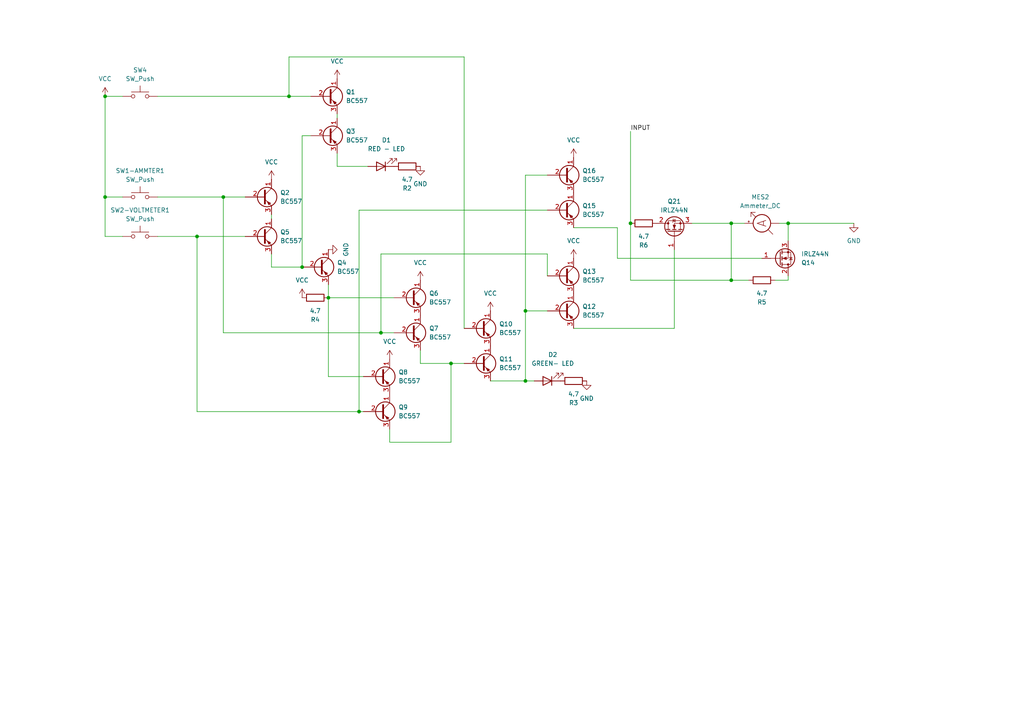
<source format=kicad_sch>
(kicad_sch (version 20231120) (generator "eeschema") (generator_version "8.0")
  (paper "A4")
  (lib_symbols
    (symbol "Device:Ammeter_DC" (pin_numbers hide) (pin_names (offset 0.0254) hide)
      (property "Reference" "MES" (at -3.302 1.016 0))
      (property "Value" "Ammeter_DC" (at -3.302 -0.762 0))
      (symbol "Ammeter_DC_0_0"
        (polyline (pts (xy -3.175 -3.175) (xy -1.905 -1.905)))
        (polyline (pts (xy 1.905 1.905) (xy 3.175 3.175)))
        (polyline (pts (xy 1.905 3.175) (xy 3.175 3.175) (xy 3.175 1.905)))
        (text "A" (at 0 0 0) (effects (font (size 2.54 2.54))))
      )
      (symbol "Ammeter_DC_0_1"
        (polyline (pts (xy 0.254 3.81) (xy 0.762 3.81)))
        (polyline (pts (xy 0.508 4.064) (xy 0.508 3.556)))
        (circle (center 0 0) (radius 2.54) (stroke (width 0.254)))
      )
      (symbol "Ammeter_DC_1_1"
        (pin passive line (at 0 -5.08 90) (length 2.54) (name "-") (number "1"))
        (pin passive line (at 0 5.08 270) (length 2.54) (name "+") (number "2"))
      )
    )
    (symbol "Device:LED" (pin_numbers hide) (pin_names (offset 1.016) hide)
      (property "Reference" "D" (at 0 2.54 0))
      (property "Value" "LED" (at 0 -2.54 0))
      (symbol "LED_0_1"
        (polyline (pts (xy -1.27 -1.27) (xy -1.27 1.27)) (stroke (width 0.254)))
        (polyline (pts (xy -1.27 0) (xy 1.27 0)))
        (polyline (pts (xy 1.27 -1.27) (xy 1.27 1.27) (xy -1.27 0) (xy 1.27 -1.27)) (stroke (width 0.254)))
        (polyline (pts (xy -3.048 -0.762) (xy -4.572 -2.286) (xy -3.81 -2.286) (xy -4.572 -2.286) (xy -4.572 -1.524)))
        (polyline (pts (xy -1.778 -0.762) (xy -3.302 -2.286) (xy -2.54 -2.286) (xy -3.302 -2.286) (xy -3.302 -1.524)))
      )
      (symbol "LED_1_1"
        (pin passive line (at -3.81 0 0) (length 2.54) (name "K") (number "1"))
        (pin passive line (at 3.81 0 180) (length 2.54) (name "A") (number "2"))
      )
    )
    (symbol "Device:R" (pin_numbers hide) (pin_names (offset 0))
      (property "Reference" "R" (at 16.256 -3.048 90))
      (property "Value" "4.7" (at 0 0 90))
      (symbol "R_0_1"
        (rectangle (start -1.016 -2.54) (end 1.016 2.54) (stroke (width 0.254)))
      )
      (symbol "R_1_1"
        (pin passive line (at 0 3.81 270) (length 1.27) (name "~") (number "1"))
        (pin passive line (at 0 -3.81 90) (length 1.27) (name "~") (number "2"))
      )
    )
    (symbol "Switch:SW_Push" (pin_numbers hide) (pin_names (offset 1.016) hide)
      (property "Reference" "SW" (at 1.27 2.54 0))
      (property "Value" "SW_Push" (at 0 -1.524 0))
      (symbol "SW_Push_0_1"
        (circle (center -2.032 0) (radius 0.508))
        (polyline (pts (xy 0 1.27) (xy 0 3.048)))
        (polyline (pts (xy 2.54 1.27) (xy -2.54 1.27)))
        (circle (center 2.032 0) (radius 0.508))
        (pin passive line (at -5.08 0 0) (length 2.54) (name "1") (number "1"))
        (pin passive line (at 5.08 0 180) (length 2.54) (name "2") (number "2"))
      )
    )
    (symbol "Transistor_BJT:BC557" (pin_names (offset 0) hide)
      (property "Reference" "Q" (at 5.08 1.905 0))
      (property "Value" "BC557" (at 5.08 0 0))
      (symbol "BC557_0_1"
        (polyline (pts (xy 0.635 0.635) (xy 2.54 2.54)))
        (polyline (pts (xy 0.635 -0.635) (xy 2.54 -2.54) (xy 2.54 -2.54)))
        (polyline (pts (xy 0.635 1.905) (xy 0.635 -1.905) (xy 0.635 -1.905)) (stroke (width 0.508)))
        (polyline (pts (xy 2.286 -1.778) (xy 1.778 -2.286) (xy 1.27 -1.27) (xy 2.286 -1.778) (xy 2.286 -1.778)) (fill (type outline)))
        (circle (center 1.27 0) (radius 2.8194) (stroke (width 0.254)))
      )
      (symbol "BC557_1_1"
        (pin passive line (at 2.54 5.08 270) (length 2.54) (name "C") (number "1"))
        (pin input line (at -5.08 0 0) (length 5.715) (name "B") (number "2"))
        (pin passive line (at 2.54 -5.08 90) (length 2.54) (name "E") (number "3"))
      )
    )
    (symbol "Transistor_FET:IRLZ44N" (pin_names hide)
      (property "Reference" "Q" (at 5.08 1.905 0))
      (property "Value" "IRLZ44N" (at 5.08 0 0))
      (symbol "IRLZ44N_0_1"
        (polyline (pts (xy 0.254 0) (xy -2.54 0)))
        (polyline (pts (xy 0.254 1.905) (xy 0.254 -1.905)) (stroke (width 0.254)))
        (polyline (pts (xy 0.762 -1.27) (xy 0.762 -2.286)) (stroke (width 0.254)))
        (polyline (pts (xy 0.762 0.508) (xy 0.762 -0.508)) (stroke (width 0.254)))
        (polyline (pts (xy 0.762 2.286) (xy 0.762 1.27)) (stroke (width 0.254)))
        (polyline (pts (xy 2.54 2.54) (xy 2.54 1.778)))
        (polyline (pts (xy 2.54 -2.54) (xy 2.54 0) (xy 0.762 0)))
        (polyline (pts (xy 0.762 -1.778) (xy 3.302 -1.778) (xy 3.302 1.778) (xy 0.762 1.778)))
        (polyline (pts (xy 1.016 0) (xy 2.032 0.381) (xy 2.032 -0.381) (xy 1.016 0)) (fill (type outline)))
        (polyline (pts (xy 2.794 0.508) (xy 2.921 0.381) (xy 3.683 0.381) (xy 3.81 0.254)))
        (polyline (pts (xy 3.302 0.381) (xy 2.921 -0.254) (xy 3.683 -0.254) (xy 3.302 0.381)))
        (circle (center 1.651 0) (radius 2.794) (stroke (width 0.254)))
        (circle (center 2.54 -1.778) (radius 0.254) (fill (type outline)))
        (circle (center 2.54 1.778) (radius 0.254) (fill (type outline)))
      )
      (symbol "IRLZ44N_1_1"
        (pin input line (at -5.08 0 0) (length 2.54) (name "G") (number "1"))
        (pin passive line (at 2.54 5.08 270) (length 2.54) (name "D") (number "2"))
        (pin passive line (at 2.54 -5.08 90) (length 2.54) (name "S") (number "3"))
      )
    )
    (symbol "power:GND" (power) (pin_numbers hide) (pin_names (offset 0) hide)
      (property "Value" "GND" (at 0 -3.81 0))
      (symbol "GND_0_1"
        (polyline (pts (xy 0 0) (xy 0 -1.27) (xy 1.27 -1.27) (xy 0 -2.54) (xy -1.27 -1.27) (xy 0 -1.27)))
      )
      (symbol "GND_1_1"
        (pin power_in line (at 0 0 270) (length 0) (name "~") (number "1"))
      )
    )
    (symbol "power:VCC" (power) (pin_numbers hide) (pin_names (offset 0) hide)
      (property "Value" "VCC" (at 0 3.556 0))
      (symbol "VCC_0_1"
        (polyline (pts (xy -0.762 1.27) (xy 0 2.54)))
        (polyline (pts (xy 0 0) (xy 0 2.54)))
        (polyline (pts (xy 0 2.54) (xy 0.762 1.27)))
      )
      (symbol "VCC_1_1"
        (pin power_in line (at 0 0 90) (length 0) (name "~") (number "1"))
      )
    )
  )
  (junction (at 212.09 64.77))
  (junction (at 30.48 57.15))
  (junction (at 152.4 110.49))
  (junction (at 110.49 96.52))
  (junction (at 95.25 86.36))
  (junction (at 87.63 77.47))
  (junction (at 64.77 57.15))
  (junction (at 57.15 68.58))
  (junction (at 104.14 119.38))
  (junction (at 83.82 27.94))
  (junction (at 30.48 27.94))
  (junction (at 152.4 90.17))
  (junction (at 130.81 105.41))
  (junction (at 182.88 64.77))
  (junction (at 212.09 81.28))
  (junction (at 228.6 64.77))
  (wire (pts (xy 57.15 68.58) (xy 57.15 119.38)))
  (wire (pts (xy 152.4 110.49) (xy 154.94 110.49)))
  (wire (pts (xy 113.03 124.46) (xy 113.03 128.27)))
  (wire (pts (xy 182.88 38.1) (xy 182.88 64.77)))
  (wire (pts (xy 83.82 16.51) (xy 83.82 27.94)))
  (wire (pts (xy 95.25 109.22) (xy 105.41 109.22)))
  (wire (pts (xy 78.74 62.23) (xy 78.74 63.5)))
  (wire (pts (xy 78.74 77.47) (xy 87.63 77.47)))
  (wire (pts (xy 95.25 82.55) (xy 95.25 86.36)))
  (wire (pts (xy 64.77 57.15) (xy 71.12 57.15)))
  (wire (pts (xy 179.07 66.04) (xy 179.07 74.93)))
  (wire (pts (xy 104.14 119.38) (xy 105.41 119.38)))
  (wire (pts (xy 212.09 64.77) (xy 215.9 64.77)))
  (wire (pts (xy 83.82 27.94) (xy 90.17 27.94)))
  (wire (pts (xy 97.79 44.45) (xy 97.79 48.26)))
  (wire (pts (xy 195.58 72.39) (xy 195.58 95.25)))
  (wire (pts (xy 142.24 110.49) (xy 152.4 110.49)))
  (wire (pts (xy 158.75 73.66) (xy 158.75 80.01)))
  (wire (pts (xy 152.4 50.8) (xy 158.75 50.8)))
  (wire (pts (xy 110.49 96.52) (xy 114.3 96.52)))
  (wire (pts (xy 179.07 74.93) (xy 220.98 74.93)))
  (wire (pts (xy 83.82 16.51) (xy 134.62 16.51)))
  (wire (pts (xy 64.77 57.15) (xy 64.77 96.52)))
  (wire (pts (xy 78.74 73.66) (xy 78.74 77.47)))
  (wire (pts (xy 104.14 60.96) (xy 104.14 119.38)))
  (wire (pts (xy 45.72 57.15) (xy 64.77 57.15)))
  (wire (pts (xy 64.77 96.52) (xy 110.49 96.52)))
  (wire (pts (xy 121.92 105.41) (xy 130.81 105.41)))
  (wire (pts (xy 228.6 80.01) (xy 228.6 81.28)))
  (wire (pts (xy 182.88 64.77) (xy 182.88 81.28)))
  (wire (pts (xy 134.62 16.51) (xy 134.62 95.25)))
  (wire (pts (xy 226.06 64.77) (xy 228.6 64.77)))
  (wire (pts (xy 200.66 64.77) (xy 212.09 64.77)))
  (wire (pts (xy 57.15 119.38) (xy 104.14 119.38)))
  (wire (pts (xy 182.88 81.28) (xy 212.09 81.28)))
  (wire (pts (xy 97.79 33.02) (xy 97.79 34.29)))
  (wire (pts (xy 113.03 128.27) (xy 130.81 128.27)))
  (wire (pts (xy 224.79 81.28) (xy 228.6 81.28)))
  (wire (pts (xy 87.63 39.37) (xy 87.63 77.47)))
  (wire (pts (xy 130.81 105.41) (xy 130.81 128.27)))
  (wire (pts (xy 152.4 50.8) (xy 152.4 90.17)))
  (wire (pts (xy 228.6 64.77) (xy 247.65 64.77)))
  (wire (pts (xy 110.49 73.66) (xy 110.49 96.52)))
  (wire (pts (xy 30.48 57.15) (xy 30.48 68.58)))
  (wire (pts (xy 110.49 73.66) (xy 158.75 73.66)))
  (wire (pts (xy 228.6 64.77) (xy 228.6 69.85)))
  (wire (pts (xy 166.37 95.25) (xy 195.58 95.25)))
  (wire (pts (xy 166.37 66.04) (xy 179.07 66.04)))
  (wire (pts (xy 95.25 86.36) (xy 95.25 109.22)))
  (wire (pts (xy 95.25 86.36) (xy 114.3 86.36)))
  (wire (pts (xy 97.79 48.26) (xy 106.68 48.26)))
  (wire (pts (xy 45.72 68.58) (xy 57.15 68.58)))
  (wire (pts (xy 121.92 101.6) (xy 121.92 105.41)))
  (wire (pts (xy 152.4 90.17) (xy 152.4 110.49)))
  (wire (pts (xy 130.81 105.41) (xy 134.62 105.41)))
  (wire (pts (xy 104.14 60.96) (xy 158.75 60.96)))
  (wire (pts (xy 30.48 27.94) (xy 30.48 57.15)))
  (wire (pts (xy 152.4 90.17) (xy 158.75 90.17)))
  (wire (pts (xy 212.09 64.77) (xy 212.09 81.28)))
  (wire (pts (xy 30.48 27.94) (xy 35.56 27.94)))
  (wire (pts (xy 30.48 57.15) (xy 35.56 57.15)))
  (wire (pts (xy 212.09 81.28) (xy 217.17 81.28)))
  (wire (pts (xy 87.63 39.37) (xy 90.17 39.37)))
  (wire (pts (xy 45.72 27.94) (xy 83.82 27.94)))
  (wire (pts (xy 30.48 68.58) (xy 35.56 68.58)))
  (wire (pts (xy 57.15 68.58) (xy 71.12 68.58)))
  (label "INPUT" (at 182.88 38.1 0))
  (symbol (lib_id "Transistor_FET:IRLZ44N") (at 226.06 74.93 0) (mirror x) (unit 1)
    (property "Reference" "Q14" (at 232.41 76.2001 0) (effects (justify left)))
    (property "Value" "IRLZ44N" (at 232.41 73.6601 0) (effects (justify left)))
    (property "Footprint" "Package_TO_SOT_THT:TO-220-3_Vertical" (effects (hide yes)))
    (property "Datasheet" "http://www.irf.com/product-info/datasheets/data/irlz44n.pdf" (effects (hide yes)))
    (property "Description" "47A Id, 55V Vds, 22mOhm Rds Single N-Channel HEXFET Power MOSFET, TO-220AB" (effects (hide yes)))
  )
  (symbol (lib_id "Transistor_BJT:BC557") (at 119.38 86.36 0) (unit 1)
    (property "Reference" "Q6" (at 124.46 85.0899 0) (effects (justify left)))
    (property "Value" "BC557" (at 124.46 87.6299 0) (effects (justify left)))
    (property "Footprint" "Package_TO_SOT_THT:TO-92_Inline" (effects (hide yes)))
    (property "Datasheet" "https://www.onsemi.com/pub/Collateral/BC556BTA-D.pdf" (effects (hide yes)))
    (property "Description" "0.1A Ic, 45V Vce, PNP Small Signal Transistor, TO-92" (effects (hide yes)))
  )
  (symbol (lib_id "power:VCC") (at 121.92 81.28 0) (unit 1)
    (property "Reference" "#PWR05" (effects (hide yes)))
    (property "Value" "VCC" (at 121.92 76.2 0))
    (property "Description" "Power symbol creates a global label with name \"VCC\"" (effects (hide yes)))
  )
  (symbol (lib_id "Switch:SW_Push") (at 40.64 68.58 0) (unit 1)
    (property "Reference" "SW2-VOLTMETER1" (at 40.64 60.96 0))
    (property "Value" "SW_Push" (at 40.64 63.5 0))
    (property "Description" "Push button switch, generic, two pins" (effects (hide yes)))
  )
  (symbol (lib_id "Switch:SW_Push") (at 40.64 27.94 0) (unit 1)
    (property "Reference" "SW4" (at 40.64 20.32 0))
    (property "Value" "SW_Push" (at 40.64 22.86 0))
    (property "Description" "Push button switch, generic, two pins" (effects (hide yes)))
  )
  (symbol (lib_id "power:VCC") (at 166.37 74.93 0) (unit 1)
    (property "Reference" "#PWR015" (effects (hide yes)))
    (property "Value" "VCC" (at 166.37 69.85 0))
    (property "Description" "Power symbol creates a global label with name \"VCC\"" (effects (hide yes)))
  )
  (symbol (lib_id "power:VCC") (at 30.48 27.94 0) (unit 1)
    (property "Reference" "#PWR06" (effects (hide yes)))
    (property "Value" "VCC" (at 30.48 22.86 0))
    (property "Description" "Power symbol creates a global label with name \"VCC\"" (effects (hide yes)))
  )
  (symbol (lib_id "Transistor_BJT:BC557") (at 95.25 27.94 0) (unit 1)
    (property "Reference" "Q1" (at 100.33 26.6699 0) (effects (justify left)))
    (property "Value" "BC557" (at 100.33 29.2099 0) (effects (justify left)))
    (property "Footprint" "Package_TO_SOT_THT:TO-92_Inline" (effects (hide yes)))
    (property "Datasheet" "https://www.onsemi.com/pub/Collateral/BC556BTA-D.pdf" (effects (hide yes)))
    (property "Description" "0.1A Ic, 45V Vce, PNP Small Signal Transistor, TO-92" (effects (hide yes)))
  )
  (symbol (lib_id "Device:R") (at 91.44 86.36 270) (mirror x) (unit 1)
    (property "Reference" "R4" (at 91.44 92.71 90))
    (property "Value" "4.7" (at 91.44 90.17 90))
    (property "Description" "Resistor" (effects (hide yes)))
  )
  (symbol (lib_id "power:VCC") (at 166.37 45.72 0) (unit 1)
    (property "Reference" "#PWR016" (effects (hide yes)))
    (property "Value" "VCC" (at 166.37 40.64 0))
    (property "Description" "Power symbol creates a global label with name \"VCC\"" (effects (hide yes)))
  )
  (symbol (lib_id "Device:R") (at 118.11 48.26 90) (unit 1)
    (property "Reference" "R2" (at 118.11 54.61 90))
    (property "Value" "4.7" (at 118.11 52.07 90))
    (property "Description" "Resistor" (effects (hide yes)))
  )
  (symbol (lib_id "Device:R") (at 166.37 110.49 90) (unit 1)
    (property "Reference" "R3" (at 166.37 116.84 90))
    (property "Value" "4.7" (at 166.37 114.3 90))
    (property "Description" "Resistor" (effects (hide yes)))
  )
  (symbol (lib_id "Transistor_BJT:BC557") (at 139.7 95.25 0) (unit 1)
    (property "Reference" "Q10" (at 144.78 93.9799 0) (effects (justify left)))
    (property "Value" "BC557" (at 144.78 96.5199 0) (effects (justify left)))
    (property "Footprint" "Package_TO_SOT_THT:TO-92_Inline" (effects (hide yes)))
    (property "Datasheet" "https://www.onsemi.com/pub/Collateral/BC556BTA-D.pdf" (effects (hide yes)))
    (property "Description" "0.1A Ic, 45V Vce, PNP Small Signal Transistor, TO-92" (effects (hide yes)))
  )
  (symbol (lib_id "Transistor_BJT:BC557") (at 110.49 109.22 0) (unit 1)
    (property "Reference" "Q8" (at 115.57 107.9499 0) (effects (justify left)))
    (property "Value" "BC557" (at 115.57 110.4899 0) (effects (justify left)))
    (property "Footprint" "Package_TO_SOT_THT:TO-92_Inline" (effects (hide yes)))
    (property "Datasheet" "https://www.onsemi.com/pub/Collateral/BC556BTA-D.pdf" (effects (hide yes)))
    (property "Description" "0.1A Ic, 45V Vce, PNP Small Signal Transistor, TO-92" (effects (hide yes)))
  )
  (symbol (lib_id "Transistor_BJT:BC557") (at 139.7 105.41 0) (unit 1)
    (property "Reference" "Q11" (at 144.78 104.1399 0) (effects (justify left)))
    (property "Value" "BC557" (at 144.78 106.6799 0) (effects (justify left)))
    (property "Footprint" "Package_TO_SOT_THT:TO-92_Inline" (effects (hide yes)))
    (property "Datasheet" "https://www.onsemi.com/pub/Collateral/BC556BTA-D.pdf" (effects (hide yes)))
    (property "Description" "0.1A Ic, 45V Vce, PNP Small Signal Transistor, TO-92" (effects (hide yes)))
  )
  (symbol (lib_id "Device:LED") (at 158.75 110.49 180) (unit 1)
    (property "Reference" "D2" (at 160.3375 102.87 0))
    (property "Value" "GREEN- LED" (at 160.3375 105.41 0))
    (property "Description" "Light emitting diode" (effects (hide yes)))
  )
  (symbol (lib_id "Transistor_BJT:BC557") (at 163.83 90.17 0) (unit 1)
    (property "Reference" "Q12" (at 168.91 88.8999 0) (effects (justify left)))
    (property "Value" "BC557" (at 168.91 91.4399 0) (effects (justify left)))
    (property "Footprint" "Package_TO_SOT_THT:TO-92_Inline" (effects (hide yes)))
    (property "Datasheet" "https://www.onsemi.com/pub/Collateral/BC556BTA-D.pdf" (effects (hide yes)))
    (property "Description" "0.1A Ic, 45V Vce, PNP Small Signal Transistor, TO-92" (effects (hide yes)))
  )
  (symbol (lib_id "power:GND") (at 247.65 64.77 0) (unit 1)
    (property "Reference" "#PWR014" (effects (hide yes)))
    (property "Value" "GND" (at 247.65 69.85 0))
    (property "Description" "Power symbol creates a global label with name \"GND\" , ground" (effects (hide yes)))
  )
  (symbol (lib_id "Transistor_BJT:BC557") (at 76.2 57.15 0) (unit 1)
    (property "Reference" "Q2" (at 81.28 55.8799 0) (effects (justify left)))
    (property "Value" "BC557" (at 81.28 58.4199 0) (effects (justify left)))
    (property "Footprint" "Package_TO_SOT_THT:TO-92_Inline" (effects (hide yes)))
    (property "Datasheet" "https://www.onsemi.com/pub/Collateral/BC556BTA-D.pdf" (effects (hide yes)))
    (property "Description" "0.1A Ic, 45V Vce, PNP Small Signal Transistor, TO-92" (effects (hide yes)))
  )
  (symbol (lib_id "Device:LED") (at 110.49 48.26 180) (unit 1)
    (property "Reference" "D1" (at 112.0775 40.64 0))
    (property "Value" "RED - LED" (at 112.0775 43.18 0))
    (property "Description" "Light emitting diode" (effects (hide yes)))
  )
  (symbol (lib_id "power:GND") (at 121.92 48.26 0) (unit 1)
    (property "Reference" "#PWR08" (effects (hide yes)))
    (property "Value" "GND" (at 121.92 53.34 0))
    (property "Description" "Power symbol creates a global label with name \"GND\" , ground" (effects (hide yes)))
  )
  (symbol (lib_id "Device:R") (at 186.69 64.77 90) (unit 1)
    (property "Reference" "R6" (at 186.69 71.12 90))
    (property "Value" "4.7" (at 186.69 68.58 90))
    (property "Description" "Resistor" (effects (hide yes)))
  )
  (symbol (lib_id "Transistor_BJT:BC557") (at 110.49 119.38 0) (unit 1)
    (property "Reference" "Q9" (at 115.57 118.1099 0) (effects (justify left)))
    (property "Value" "BC557" (at 115.57 120.6499 0) (effects (justify left)))
    (property "Footprint" "Package_TO_SOT_THT:TO-92_Inline" (effects (hide yes)))
    (property "Datasheet" "https://www.onsemi.com/pub/Collateral/BC556BTA-D.pdf" (effects (hide yes)))
    (property "Description" "0.1A Ic, 45V Vce, PNP Small Signal Transistor, TO-92" (effects (hide yes)))
  )
  (symbol (lib_id "power:VCC") (at 78.74 52.07 0) (unit 1)
    (property "Reference" "#PWR02" (effects (hide yes)))
    (property "Value" "VCC" (at 78.74 46.99 0))
    (property "Description" "Power symbol creates a global label with name \"VCC\"" (effects (hide yes)))
  )
  (symbol (lib_id "Transistor_BJT:BC557") (at 163.83 60.96 0) (unit 1)
    (property "Reference" "Q15" (at 168.91 59.6899 0) (effects (justify left)))
    (property "Value" "BC557" (at 168.91 62.2299 0) (effects (justify left)))
    (property "Footprint" "Package_TO_SOT_THT:TO-92_Inline" (effects (hide yes)))
    (property "Datasheet" "https://www.onsemi.com/pub/Collateral/BC556BTA-D.pdf" (effects (hide yes)))
    (property "Description" "0.1A Ic, 45V Vce, PNP Small Signal Transistor, TO-92" (effects (hide yes)))
  )
  (symbol (lib_id "Transistor_BJT:BC557") (at 92.71 77.47 0) (unit 1)
    (property "Reference" "Q4" (at 97.79 76.1999 0) (effects (justify left)))
    (property "Value" "BC557" (at 97.79 78.7399 0) (effects (justify left)))
    (property "Footprint" "Package_TO_SOT_THT:TO-92_Inline" (effects (hide yes)))
    (property "Datasheet" "https://www.onsemi.com/pub/Collateral/BC556BTA-D.pdf" (effects (hide yes)))
    (property "Description" "0.1A Ic, 45V Vce, PNP Small Signal Transistor, TO-92" (effects (hide yes)))
  )
  (symbol (lib_id "Device:R") (at 220.98 81.28 90) (unit 1)
    (property "Reference" "R5" (at 220.98 87.63 90))
    (property "Value" "4.7" (at 220.98 85.09 90))
    (property "Description" "Resistor" (effects (hide yes)))
  )
  (symbol (lib_id "power:VCC") (at 142.24 90.17 0) (unit 1)
    (property "Reference" "#PWR013" (effects (hide yes)))
    (property "Value" "VCC" (at 142.24 85.09 0))
    (property "Description" "Power symbol creates a global label with name \"VCC\"" (effects (hide yes)))
  )
  (symbol (lib_id "Transistor_BJT:BC557") (at 95.25 39.37 0) (unit 1)
    (property "Reference" "Q3" (at 100.33 38.0999 0) (effects (justify left)))
    (property "Value" "BC557" (at 100.33 40.6399 0) (effects (justify left)))
    (property "Footprint" "Package_TO_SOT_THT:TO-92_Inline" (effects (hide yes)))
    (property "Datasheet" "https://www.onsemi.com/pub/Collateral/BC556BTA-D.pdf" (effects (hide yes)))
    (property "Description" "0.1A Ic, 45V Vce, PNP Small Signal Transistor, TO-92" (effects (hide yes)))
  )
  (symbol (lib_id "power:GND") (at 95.25 72.39 90) (unit 1)
    (property "Reference" "#PWR09" (effects (hide yes)))
    (property "Value" "GND" (at 100.33 72.39 0))
    (property "Description" "Power symbol creates a global label with name \"GND\" , ground" (effects (hide yes)))
  )
  (symbol (lib_id "Transistor_BJT:BC557") (at 163.83 50.8 0) (unit 1)
    (property "Reference" "Q16" (at 168.91 49.5299 0) (effects (justify left)))
    (property "Value" "BC557" (at 168.91 52.0699 0) (effects (justify left)))
    (property "Footprint" "Package_TO_SOT_THT:TO-92_Inline" (effects (hide yes)))
    (property "Datasheet" "https://www.onsemi.com/pub/Collateral/BC556BTA-D.pdf" (effects (hide yes)))
    (property "Description" "0.1A Ic, 45V Vce, PNP Small Signal Transistor, TO-92" (effects (hide yes)))
  )
  (symbol (lib_id "power:VCC") (at 113.03 104.14 0) (unit 1)
    (property "Reference" "#PWR010" (effects (hide yes)))
    (property "Value" "VCC" (at 113.03 99.06 0))
    (property "Description" "Power symbol creates a global label with name \"VCC\"" (effects (hide yes)))
  )
  (symbol (lib_id "power:VCC") (at 97.79 22.86 0) (unit 1)
    (property "Reference" "#PWR03" (effects (hide yes)))
    (property "Value" "VCC" (at 97.79 17.78 0))
    (property "Description" "Power symbol creates a global label with name \"VCC\"" (effects (hide yes)))
  )
  (symbol (lib_id "power:GND") (at 170.18 110.49 0) (unit 1)
    (property "Reference" "#PWR012" (effects (hide yes)))
    (property "Value" "GND" (at 170.18 115.57 0))
    (property "Description" "Power symbol creates a global label with name \"GND\" , ground" (effects (hide yes)))
  )
  (symbol (lib_id "Switch:SW_Push") (at 40.64 57.15 0) (unit 1)
    (property "Reference" "SW1-AMMTER1" (at 40.64 49.53 0))
    (property "Value" "SW_Push" (at 40.64 52.07 0))
    (property "Description" "Push button switch, generic, two pins" (effects (hide yes)))
  )
  (symbol (lib_id "Device:Ammeter_DC") (at 220.98 64.77 90) (unit 1)
    (property "Reference" "MES2" (at 220.5355 57.15 90))
    (property "Value" "Ammeter_DC" (at 220.5355 59.69 90))
    (property "Description" "DC ammeter" (effects (hide yes)))
  )
  (symbol (lib_id "Transistor_BJT:BC557") (at 119.38 96.52 0) (unit 1)
    (property "Reference" "Q7" (at 124.46 95.2499 0) (effects (justify left)))
    (property "Value" "BC557" (at 124.46 97.7899 0) (effects (justify left)))
    (property "Footprint" "Package_TO_SOT_THT:TO-92_Inline" (effects (hide yes)))
    (property "Datasheet" "https://www.onsemi.com/pub/Collateral/BC556BTA-D.pdf" (effects (hide yes)))
    (property "Description" "0.1A Ic, 45V Vce, PNP Small Signal Transistor, TO-92" (effects (hide yes)))
  )
  (symbol (lib_id "Transistor_BJT:BC557") (at 76.2 68.58 0) (unit 1)
    (property "Reference" "Q5" (at 81.28 67.3099 0) (effects (justify left)))
    (property "Value" "BC557" (at 81.28 69.8499 0) (effects (justify left)))
    (property "Footprint" "Package_TO_SOT_THT:TO-92_Inline" (effects (hide yes)))
    (property "Datasheet" "https://www.onsemi.com/pub/Collateral/BC556BTA-D.pdf" (effects (hide yes)))
    (property "Description" "0.1A Ic, 45V Vce, PNP Small Signal Transistor, TO-92" (effects (hide yes)))
  )
  (symbol (lib_id "power:VCC") (at 87.63 86.36 0) (unit 1)
    (property "Reference" "#PWR011" (effects (hide yes)))
    (property "Value" "VCC" (at 87.63 81.28 0))
    (property "Description" "Power symbol creates a global label with name \"VCC\"" (effects (hide yes)))
  )
  (symbol (lib_id "Transistor_FET:IRLZ44N") (at 195.58 67.31 90) (unit 1)
    (property "Reference" "Q21" (at 195.58 58.42 90))
    (property "Value" "IRLZ44N" (at 195.58 60.96 90))
    (property "Footprint" "Package_TO_SOT_THT:TO-220-3_Vertical" (effects (hide yes)))
    (property "Datasheet" "http://www.irf.com/product-info/datasheets/data/irlz44n.pdf" (effects (hide yes)))
    (property "Description" "47A Id, 55V Vds, 22mOhm Rds Single N-Channel HEXFET Power MOSFET, TO-220AB" (effects (hide yes)))
  )
  (symbol (lib_id "Transistor_BJT:BC557") (at 163.83 80.01 0) (unit 1)
    (property "Reference" "Q13" (at 168.91 78.7399 0) (effects (justify left)))
    (property "Value" "BC557" (at 168.91 81.2799 0) (effects (justify left)))
    (property "Footprint" "Package_TO_SOT_THT:TO-92_Inline" (effects (hide yes)))
    (property "Datasheet" "https://www.onsemi.com/pub/Collateral/BC556BTA-D.pdf" (effects (hide yes)))
    (property "Description" "0.1A Ic, 45V Vce, PNP Small Signal Transistor, TO-92" (effects (hide yes)))
  )
)
</source>
